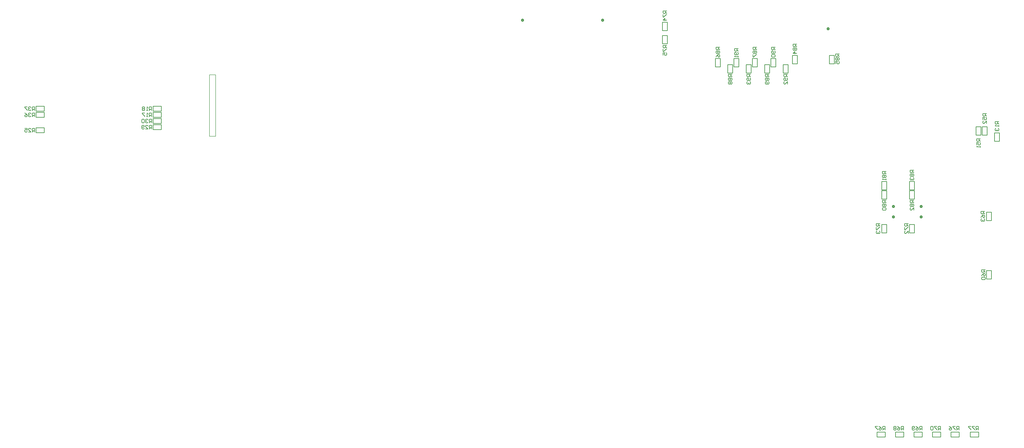
<source format=gbo>
G04*
G04 #@! TF.GenerationSoftware,Altium Limited,Altium Designer,21.6.4 (81)*
G04*
G04 Layer_Color=32896*
%FSLAX25Y25*%
%MOIN*%
G70*
G04*
G04 #@! TF.SameCoordinates,CD5F86C8-859A-4174-9CB5-FF9077504482*
G04*
G04*
G04 #@! TF.FilePolarity,Positive*
G04*
G01*
G75*
%ADD11C,0.00787*%
%ADD14C,0.01000*%
%ADD16C,0.02000*%
D11*
X405000Y530000D02*
X415000D01*
Y630000D01*
X405000D02*
X415000D01*
X405000Y622500D02*
Y630000D01*
Y530000D02*
Y622500D01*
D14*
X1276000Y633250D02*
X1284000D01*
X1276000D02*
Y646750D01*
X1284000D01*
Y633250D02*
Y646750D01*
X1679000Y535750D02*
X1687000D01*
Y522250D02*
Y535750D01*
X1679000Y522250D02*
X1687000D01*
X1679000D02*
Y535750D01*
X326750Y561000D02*
Y569000D01*
X313250Y561000D02*
X326750D01*
X313250D02*
Y569000D01*
X326750D01*
X313250Y571000D02*
Y579000D01*
X326750D01*
Y571000D02*
Y579000D01*
X313250Y571000D02*
X326750D01*
X123250Y536000D02*
X136750D01*
Y544000D01*
X123250D02*
X136750D01*
X123250Y536000D02*
Y544000D01*
X326750Y551000D02*
Y559000D01*
X313250Y551000D02*
X326750D01*
X313250D02*
Y559000D01*
X326750D01*
X313250Y541000D02*
Y549000D01*
X326750D01*
Y541000D02*
Y549000D01*
X313250Y541000D02*
X326750D01*
X123250Y561000D02*
Y569000D01*
X136750D01*
Y561000D02*
Y569000D01*
X123250Y561000D02*
X136750D01*
Y571000D02*
Y579000D01*
X123250Y571000D02*
X136750D01*
X123250D02*
Y579000D01*
X136750D01*
X1657000Y532250D02*
Y545750D01*
X1649000D02*
X1657000D01*
X1649000Y532250D02*
Y545750D01*
Y532250D02*
X1657000D01*
X1659000D02*
Y545750D01*
Y532250D02*
X1667000D01*
Y545750D01*
X1659000D02*
X1667000D01*
X1673999Y298251D02*
Y311751D01*
X1665999D02*
X1673999D01*
X1665999Y298251D02*
Y311751D01*
Y298251D02*
X1673999D01*
X1674000Y393250D02*
Y406750D01*
X1666000D02*
X1674000D01*
X1666000Y393250D02*
Y406750D01*
Y393250D02*
X1674000D01*
X1501750Y41000D02*
Y49000D01*
X1488250Y41000D02*
X1501750D01*
X1488250D02*
Y49000D01*
X1501750D01*
X1531750Y41001D02*
Y49001D01*
X1518250Y41001D02*
X1531750D01*
X1518250D02*
Y49001D01*
X1531750D01*
X1561750Y41000D02*
Y49000D01*
X1548250Y41000D02*
X1561750D01*
X1548250D02*
Y49000D01*
X1561750D01*
X1591750Y41000D02*
Y49000D01*
X1578250Y41000D02*
X1591750D01*
X1578250D02*
Y49000D01*
X1591750D01*
X1549000Y373250D02*
Y386750D01*
X1541000D02*
X1549000D01*
X1541000Y373250D02*
Y386750D01*
Y373250D02*
X1549000D01*
X1504000D02*
Y386750D01*
X1496000D02*
X1504000D01*
X1496000Y373250D02*
Y386750D01*
Y373250D02*
X1504000D01*
X1140000Y702250D02*
Y715750D01*
Y702250D02*
X1148000D01*
Y715750D01*
X1140000D02*
X1148000D01*
X1140000Y680800D02*
Y694300D01*
Y680800D02*
X1148000D01*
Y694300D01*
X1140000D02*
X1148000D01*
X1621750Y41000D02*
Y49000D01*
X1608250Y41000D02*
X1621750D01*
X1608250D02*
Y49000D01*
X1621750D01*
X1653121Y41000D02*
Y49000D01*
X1639621Y41000D02*
X1653121D01*
X1639621D02*
Y49000D01*
X1653121D01*
X1496000Y441750D02*
X1504000D01*
Y428250D02*
Y441750D01*
X1496000Y428250D02*
X1504000D01*
X1496000D02*
Y441750D01*
Y456750D02*
X1504000D01*
Y443250D02*
Y456750D01*
X1496000Y443250D02*
X1504000D01*
X1496000D02*
Y456750D01*
X1541000Y441750D02*
X1549000D01*
Y428250D02*
Y441750D01*
X1541000Y428250D02*
X1549000D01*
X1541000D02*
Y441750D01*
Y456750D02*
X1549000D01*
Y443250D02*
Y456750D01*
X1541000Y443250D02*
X1549000D01*
X1541000D02*
Y456750D01*
X1351039Y648250D02*
Y661750D01*
Y648250D02*
X1359039D01*
Y661750D01*
X1351039D02*
X1359039D01*
X1411000D02*
X1419000D01*
Y648250D02*
Y661750D01*
X1411000Y648250D02*
X1419000D01*
X1411000D02*
Y661750D01*
X1226000Y656750D02*
X1234000D01*
Y643250D02*
Y656750D01*
X1226000Y643250D02*
X1234000D01*
X1226000D02*
Y656750D01*
X1286000D02*
X1294000D01*
Y643250D02*
Y656750D01*
X1286000Y643250D02*
X1294000D01*
X1286000D02*
Y656750D01*
X1246000Y633250D02*
X1254000D01*
X1246000D02*
Y646750D01*
X1254000D01*
Y633250D02*
Y646750D01*
X1306000Y633250D02*
X1314000D01*
X1306000D02*
Y646750D01*
X1314000D01*
Y633250D02*
Y646750D01*
X1316000Y656750D02*
X1324000D01*
Y643250D02*
Y656750D01*
X1316000Y643250D02*
X1324000D01*
X1316000D02*
Y656750D01*
X1256000D02*
X1264000D01*
Y643250D02*
Y656750D01*
X1256000Y643250D02*
X1264000D01*
X1256000D02*
Y656750D01*
X1336000Y633250D02*
X1344000D01*
X1336000D02*
Y646750D01*
X1344000D01*
Y633250D02*
Y646750D01*
X1282999Y630997D02*
X1277001D01*
Y627998D01*
X1278001Y626999D01*
X1280000D01*
X1281000Y627998D01*
Y630997D01*
Y628998D02*
X1282999Y626999D01*
X1281999Y624999D02*
X1282999Y624000D01*
Y622000D01*
X1281999Y621001D01*
X1278001D01*
X1277001Y622000D01*
Y624000D01*
X1278001Y624999D01*
X1279000D01*
X1280000Y624000D01*
Y621001D01*
X1278001Y619001D02*
X1277001Y618002D01*
Y616002D01*
X1278001Y615003D01*
X1279000D01*
X1280000Y616002D01*
Y617002D01*
Y616002D01*
X1281000Y615003D01*
X1281999D01*
X1282999Y616002D01*
Y618002D01*
X1281999Y619001D01*
X1685999Y553998D02*
X1680001D01*
Y550998D01*
X1681001Y549999D01*
X1683000D01*
X1684000Y550998D01*
Y553998D01*
Y551998D02*
X1685999Y549999D01*
Y547999D02*
Y546000D01*
Y547000D01*
X1680001D01*
X1681001Y547999D01*
Y543001D02*
X1680001Y542001D01*
Y540002D01*
X1681001Y539002D01*
X1682000D01*
X1683000Y540002D01*
Y541002D01*
Y540002D01*
X1684000Y539002D01*
X1684999D01*
X1685999Y540002D01*
Y542001D01*
X1684999Y543001D01*
X310498Y562001D02*
Y567999D01*
X307499D01*
X306499Y566999D01*
Y565000D01*
X307499Y564000D01*
X310498D01*
X308498D02*
X306499Y562001D01*
X304500D02*
X302500D01*
X303500D01*
Y567999D01*
X304500Y566999D01*
X299501Y567999D02*
X295502D01*
Y566999D01*
X299501Y563001D01*
Y562001D01*
X310498Y572001D02*
Y577999D01*
X307499D01*
X306499Y576999D01*
Y575000D01*
X307499Y574000D01*
X310498D01*
X308498D02*
X306499Y572001D01*
X304500D02*
X302500D01*
X303500D01*
Y577999D01*
X304500Y576999D01*
X299501D02*
X298501Y577999D01*
X296502D01*
X295502Y576999D01*
Y576000D01*
X296502Y575000D01*
X295502Y574000D01*
Y573001D01*
X296502Y572001D01*
X298501D01*
X299501Y573001D01*
Y574000D01*
X298501Y575000D01*
X299501Y576000D01*
Y576999D01*
X298501Y575000D02*
X296502D01*
X120997Y537001D02*
Y542999D01*
X117998D01*
X116999Y541999D01*
Y540000D01*
X117998Y539000D01*
X120997D01*
X118998D02*
X116999Y537001D01*
X111001D02*
X114999D01*
X111001Y541000D01*
Y541999D01*
X112000Y542999D01*
X114000D01*
X114999Y541999D01*
X105003Y542999D02*
X109001D01*
Y540000D01*
X107002Y541000D01*
X106002D01*
X105003Y540000D01*
Y538001D01*
X106002Y537001D01*
X108002D01*
X109001Y538001D01*
X310997Y542001D02*
Y547999D01*
X307998D01*
X306999Y546999D01*
Y545000D01*
X307998Y544000D01*
X310997D01*
X308998D02*
X306999Y542001D01*
X301001D02*
X304999D01*
X301001Y546000D01*
Y546999D01*
X302000Y547999D01*
X304000D01*
X304999Y546999D01*
X299001Y543001D02*
X298002Y542001D01*
X296002D01*
X295003Y543001D01*
Y546999D01*
X296002Y547999D01*
X298002D01*
X299001Y546999D01*
Y546000D01*
X298002Y545000D01*
X295003D01*
X310997Y552001D02*
Y557999D01*
X307998D01*
X306999Y556999D01*
Y555000D01*
X307998Y554000D01*
X310997D01*
X308998D02*
X306999Y552001D01*
X304999Y556999D02*
X304000Y557999D01*
X302000D01*
X301001Y556999D01*
Y556000D01*
X302000Y555000D01*
X303000D01*
X302000D01*
X301001Y554000D01*
Y553001D01*
X302000Y552001D01*
X304000D01*
X304999Y553001D01*
X299001Y556999D02*
X298002Y557999D01*
X296002D01*
X295003Y556999D01*
Y553001D01*
X296002Y552001D01*
X298002D01*
X299001Y553001D01*
Y556999D01*
X120997Y562001D02*
Y567999D01*
X117998D01*
X116999Y566999D01*
Y565000D01*
X117998Y564000D01*
X120997D01*
X118998D02*
X116999Y562001D01*
X114999Y566999D02*
X114000Y567999D01*
X112000D01*
X111001Y566999D01*
Y566000D01*
X112000Y565000D01*
X113000D01*
X112000D01*
X111001Y564000D01*
Y563001D01*
X112000Y562001D01*
X114000D01*
X114999Y563001D01*
X105003Y567999D02*
X107002Y566999D01*
X109001Y565000D01*
Y563001D01*
X108002Y562001D01*
X106002D01*
X105003Y563001D01*
Y564000D01*
X106002Y565000D01*
X109001D01*
X120997Y572001D02*
Y577999D01*
X117998D01*
X116999Y576999D01*
Y575000D01*
X117998Y574000D01*
X120997D01*
X118998D02*
X116999Y572001D01*
X114999Y576999D02*
X114000Y577999D01*
X112000D01*
X111001Y576999D01*
Y576000D01*
X112000Y575000D01*
X113000D01*
X112000D01*
X111001Y574000D01*
Y573001D01*
X112000Y572001D01*
X114000D01*
X114999Y573001D01*
X109001Y577999D02*
X105003D01*
Y576999D01*
X109001Y573001D01*
Y572001D01*
X1655999Y525998D02*
X1650001D01*
Y522999D01*
X1651001Y521999D01*
X1653000D01*
X1654000Y522999D01*
Y525998D01*
Y523998D02*
X1655999Y521999D01*
X1650001Y516001D02*
Y520000D01*
X1653000D01*
X1652000Y518000D01*
Y517001D01*
X1653000Y516001D01*
X1654999D01*
X1655999Y517001D01*
Y519000D01*
X1654999Y520000D01*
X1655999Y514002D02*
Y512002D01*
Y513002D01*
X1650001D01*
X1651001Y514002D01*
X1665999Y566997D02*
X1660001D01*
Y563998D01*
X1661001Y562999D01*
X1663000D01*
X1664000Y563998D01*
Y566997D01*
Y564998D02*
X1665999Y562999D01*
X1660001Y557001D02*
Y560999D01*
X1663000D01*
X1662000Y559000D01*
Y558000D01*
X1663000Y557001D01*
X1664999D01*
X1665999Y558000D01*
Y560000D01*
X1664999Y560999D01*
X1665999Y551003D02*
Y555001D01*
X1662000Y551003D01*
X1661001D01*
X1660001Y552002D01*
Y554002D01*
X1661001Y555001D01*
X1663999Y312997D02*
X1658001D01*
Y309998D01*
X1659001Y308999D01*
X1661000D01*
X1662000Y309998D01*
Y312997D01*
Y310998D02*
X1663999Y308999D01*
X1658001Y303001D02*
X1659001Y305000D01*
X1661000Y306999D01*
X1662999D01*
X1663999Y306000D01*
Y304000D01*
X1662999Y303001D01*
X1662000D01*
X1661000Y304000D01*
Y306999D01*
X1659001Y301001D02*
X1658001Y300002D01*
Y298002D01*
X1659001Y297003D01*
X1662999D01*
X1663999Y298002D01*
Y300002D01*
X1662999Y301001D01*
X1659001D01*
X1662999Y407997D02*
X1657001D01*
Y404998D01*
X1658001Y403999D01*
X1660000D01*
X1661000Y404998D01*
Y407997D01*
Y405998D02*
X1662999Y403999D01*
X1657001Y398001D02*
X1658001Y400000D01*
X1660000Y401999D01*
X1661999D01*
X1662999Y401000D01*
Y399000D01*
X1661999Y398001D01*
X1661000D01*
X1660000Y399000D01*
Y401999D01*
X1658001Y396001D02*
X1657001Y395002D01*
Y393002D01*
X1658001Y392003D01*
X1659000D01*
X1660000Y393002D01*
Y394002D01*
Y393002D01*
X1661000Y392003D01*
X1661999D01*
X1662999Y393002D01*
Y395002D01*
X1661999Y396001D01*
X1501200Y52500D02*
Y58498D01*
X1498201D01*
X1497201Y57498D01*
Y55499D01*
X1498201Y54499D01*
X1501200D01*
X1499201D02*
X1497201Y52500D01*
X1491203Y58498D02*
X1493203Y57498D01*
X1495202Y55499D01*
Y53500D01*
X1494202Y52500D01*
X1492203D01*
X1491203Y53500D01*
Y54499D01*
X1492203Y55499D01*
X1495202D01*
X1489204Y58498D02*
X1485205D01*
Y57498D01*
X1489204Y53500D01*
Y52500D01*
X1531200D02*
Y58498D01*
X1528201D01*
X1527201Y57498D01*
Y55499D01*
X1528201Y54499D01*
X1531200D01*
X1529201D02*
X1527201Y52500D01*
X1521203Y58498D02*
X1523203Y57498D01*
X1525202Y55499D01*
Y53500D01*
X1524202Y52500D01*
X1522203D01*
X1521203Y53500D01*
Y54499D01*
X1522203Y55499D01*
X1525202D01*
X1519204Y57498D02*
X1518204Y58498D01*
X1516205D01*
X1515205Y57498D01*
Y56499D01*
X1516205Y55499D01*
X1515205Y54499D01*
Y53500D01*
X1516205Y52500D01*
X1518204D01*
X1519204Y53500D01*
Y54499D01*
X1518204Y55499D01*
X1519204Y56499D01*
Y57498D01*
X1518204Y55499D02*
X1516205D01*
X1561200Y52500D02*
Y58498D01*
X1558201D01*
X1557201Y57498D01*
Y55499D01*
X1558201Y54499D01*
X1561200D01*
X1559201D02*
X1557201Y52500D01*
X1551203Y58498D02*
X1553203Y57498D01*
X1555202Y55499D01*
Y53500D01*
X1554202Y52500D01*
X1552203D01*
X1551203Y53500D01*
Y54499D01*
X1552203Y55499D01*
X1555202D01*
X1549204Y53500D02*
X1548204Y52500D01*
X1546205D01*
X1545205Y53500D01*
Y57498D01*
X1546205Y58498D01*
X1548204D01*
X1549204Y57498D01*
Y56499D01*
X1548204Y55499D01*
X1545205D01*
X1591250Y52500D02*
Y58498D01*
X1588251D01*
X1587251Y57498D01*
Y55499D01*
X1588251Y54499D01*
X1591250D01*
X1589251D02*
X1587251Y52500D01*
X1585252Y58498D02*
X1581253D01*
Y57498D01*
X1585252Y53500D01*
Y52500D01*
X1579254Y57498D02*
X1578254Y58498D01*
X1576255D01*
X1575255Y57498D01*
Y53500D01*
X1576255Y52500D01*
X1578254D01*
X1579254Y53500D01*
Y57498D01*
X1538999Y387997D02*
X1533001D01*
Y384998D01*
X1534001Y383999D01*
X1536000D01*
X1537000Y384998D01*
Y387997D01*
Y385998D02*
X1538999Y383999D01*
X1533001Y381999D02*
Y378001D01*
X1534001D01*
X1537999Y381999D01*
X1538999D01*
Y372003D02*
Y376001D01*
X1535000Y372003D01*
X1534001D01*
X1533001Y373002D01*
Y375002D01*
X1534001Y376001D01*
X1492999Y387997D02*
X1487001D01*
Y384998D01*
X1488001Y383999D01*
X1490000D01*
X1491000Y384998D01*
Y387997D01*
Y385998D02*
X1492999Y383999D01*
X1487001Y381999D02*
Y378001D01*
X1488001D01*
X1491999Y381999D01*
X1492999D01*
X1488001Y376001D02*
X1487001Y375002D01*
Y373002D01*
X1488001Y372003D01*
X1489000D01*
X1490000Y373002D01*
Y374002D01*
Y373002D01*
X1491000Y372003D01*
X1491999D01*
X1492999Y373002D01*
Y375002D01*
X1491999Y376001D01*
X1146999Y733997D02*
X1141001D01*
Y730998D01*
X1142001Y729999D01*
X1144000D01*
X1145000Y730998D01*
Y733997D01*
Y731998D02*
X1146999Y729999D01*
X1141001Y727999D02*
Y724001D01*
X1142001D01*
X1145999Y727999D01*
X1146999D01*
Y719002D02*
X1141001D01*
X1144000Y722001D01*
Y718003D01*
X1146999Y677997D02*
X1141001D01*
Y674998D01*
X1142001Y673999D01*
X1144000D01*
X1145000Y674998D01*
Y677997D01*
Y675998D02*
X1146999Y673999D01*
X1141001Y671999D02*
Y668001D01*
X1142001D01*
X1145999Y671999D01*
X1146999D01*
X1141001Y662003D02*
Y666001D01*
X1144000D01*
X1143000Y664002D01*
Y663002D01*
X1144000Y662003D01*
X1145999D01*
X1146999Y663002D01*
Y665002D01*
X1145999Y666001D01*
X1621200Y52500D02*
Y58498D01*
X1618201D01*
X1617201Y57498D01*
Y55499D01*
X1618201Y54499D01*
X1621200D01*
X1619201D02*
X1617201Y52500D01*
X1615202Y58498D02*
X1611203D01*
Y57498D01*
X1615202Y53500D01*
Y52500D01*
X1605205Y58498D02*
X1607204Y57498D01*
X1609204Y55499D01*
Y53500D01*
X1608204Y52500D01*
X1606205D01*
X1605205Y53500D01*
Y54499D01*
X1606205Y55499D01*
X1609204D01*
X1652600Y52500D02*
Y58498D01*
X1649601D01*
X1648601Y57498D01*
Y55499D01*
X1649601Y54499D01*
X1652600D01*
X1650601D02*
X1648601Y52500D01*
X1646602Y58498D02*
X1642603D01*
Y57498D01*
X1646602Y53500D01*
Y52500D01*
X1640604Y58498D02*
X1636605D01*
Y57498D01*
X1640604Y53500D01*
Y52500D01*
X1502999Y425997D02*
X1497001D01*
Y422998D01*
X1498001Y421999D01*
X1500000D01*
X1501000Y422998D01*
Y425997D01*
Y423998D02*
X1502999Y421999D01*
X1498001Y419999D02*
X1497001Y419000D01*
Y417000D01*
X1498001Y416001D01*
X1499000D01*
X1500000Y417000D01*
X1501000Y416001D01*
X1501999D01*
X1502999Y417000D01*
Y419000D01*
X1501999Y419999D01*
X1501000D01*
X1500000Y419000D01*
X1499000Y419999D01*
X1498001D01*
X1500000Y419000D02*
Y417000D01*
X1498001Y414001D02*
X1497001Y413002D01*
Y411002D01*
X1498001Y410003D01*
X1501999D01*
X1502999Y411002D01*
Y413002D01*
X1501999Y414001D01*
X1498001D01*
X1502999Y472998D02*
X1497001D01*
Y469999D01*
X1498001Y468999D01*
X1500000D01*
X1501000Y469999D01*
Y472998D01*
Y470998D02*
X1502999Y468999D01*
X1498001Y467000D02*
X1497001Y466000D01*
Y464001D01*
X1498001Y463001D01*
X1499000D01*
X1500000Y464001D01*
X1501000Y463001D01*
X1501999D01*
X1502999Y464001D01*
Y466000D01*
X1501999Y467000D01*
X1501000D01*
X1500000Y466000D01*
X1499000Y467000D01*
X1498001D01*
X1500000Y466000D02*
Y464001D01*
X1502999Y461002D02*
Y459002D01*
Y460002D01*
X1497001D01*
X1498001Y461002D01*
X1547999Y425997D02*
X1542001D01*
Y422998D01*
X1543001Y421999D01*
X1545000D01*
X1546000Y422998D01*
Y425997D01*
Y423998D02*
X1547999Y421999D01*
X1543001Y419999D02*
X1542001Y419000D01*
Y417000D01*
X1543001Y416001D01*
X1544000D01*
X1545000Y417000D01*
X1546000Y416001D01*
X1546999D01*
X1547999Y417000D01*
Y419000D01*
X1546999Y419999D01*
X1546000D01*
X1545000Y419000D01*
X1544000Y419999D01*
X1543001D01*
X1545000Y419000D02*
Y417000D01*
X1547999Y410003D02*
Y414001D01*
X1544000Y410003D01*
X1543001D01*
X1542001Y411002D01*
Y413002D01*
X1543001Y414001D01*
X1547999Y474997D02*
X1542001D01*
Y471998D01*
X1543001Y470999D01*
X1545000D01*
X1546000Y471998D01*
Y474997D01*
Y472998D02*
X1547999Y470999D01*
X1543001Y468999D02*
X1542001Y468000D01*
Y466000D01*
X1543001Y465001D01*
X1544000D01*
X1545000Y466000D01*
X1546000Y465001D01*
X1546999D01*
X1547999Y466000D01*
Y468000D01*
X1546999Y468999D01*
X1546000D01*
X1545000Y468000D01*
X1544000Y468999D01*
X1543001D01*
X1545000Y468000D02*
Y466000D01*
X1543001Y463001D02*
X1542001Y462002D01*
Y460002D01*
X1543001Y459003D01*
X1544000D01*
X1545000Y460002D01*
Y461002D01*
Y460002D01*
X1546000Y459003D01*
X1546999D01*
X1547999Y460002D01*
Y462002D01*
X1546999Y463001D01*
X1357999Y679997D02*
X1352001D01*
Y676998D01*
X1353001Y675999D01*
X1355000D01*
X1356000Y676998D01*
Y679997D01*
Y677998D02*
X1357999Y675999D01*
X1353001Y673999D02*
X1352001Y673000D01*
Y671000D01*
X1353001Y670001D01*
X1354000D01*
X1355000Y671000D01*
X1356000Y670001D01*
X1356999D01*
X1357999Y671000D01*
Y673000D01*
X1356999Y673999D01*
X1356000D01*
X1355000Y673000D01*
X1354000Y673999D01*
X1353001D01*
X1355000Y673000D02*
Y671000D01*
X1357999Y665002D02*
X1352001D01*
X1355000Y668001D01*
Y664003D01*
X1426999Y663997D02*
X1421001D01*
Y660998D01*
X1422001Y659999D01*
X1424000D01*
X1425000Y660998D01*
Y663997D01*
Y661998D02*
X1426999Y659999D01*
X1422001Y657999D02*
X1421001Y657000D01*
Y655000D01*
X1422001Y654001D01*
X1423000D01*
X1424000Y655000D01*
X1425000Y654001D01*
X1425999D01*
X1426999Y655000D01*
Y657000D01*
X1425999Y657999D01*
X1425000D01*
X1424000Y657000D01*
X1423000Y657999D01*
X1422001D01*
X1424000Y657000D02*
Y655000D01*
X1421001Y648003D02*
Y652001D01*
X1424000D01*
X1423000Y650002D01*
Y649002D01*
X1424000Y648003D01*
X1425999D01*
X1426999Y649002D01*
Y651002D01*
X1425999Y652001D01*
X1232999Y674997D02*
X1227001D01*
Y671998D01*
X1228001Y670999D01*
X1230000D01*
X1231000Y671998D01*
Y674997D01*
Y672998D02*
X1232999Y670999D01*
X1228001Y668999D02*
X1227001Y668000D01*
Y666000D01*
X1228001Y665001D01*
X1229000D01*
X1230000Y666000D01*
X1231000Y665001D01*
X1231999D01*
X1232999Y666000D01*
Y668000D01*
X1231999Y668999D01*
X1231000D01*
X1230000Y668000D01*
X1229000Y668999D01*
X1228001D01*
X1230000Y668000D02*
Y666000D01*
X1227001Y659003D02*
X1228001Y661002D01*
X1230000Y663001D01*
X1231999D01*
X1232999Y662002D01*
Y660002D01*
X1231999Y659003D01*
X1231000D01*
X1230000Y660002D01*
Y663001D01*
X1292999Y674997D02*
X1287001D01*
Y671998D01*
X1288001Y670999D01*
X1290000D01*
X1291000Y671998D01*
Y674997D01*
Y672998D02*
X1292999Y670999D01*
X1288001Y668999D02*
X1287001Y668000D01*
Y666000D01*
X1288001Y665001D01*
X1289000D01*
X1290000Y666000D01*
X1291000Y665001D01*
X1291999D01*
X1292999Y666000D01*
Y668000D01*
X1291999Y668999D01*
X1291000D01*
X1290000Y668000D01*
X1289000Y668999D01*
X1288001D01*
X1290000Y668000D02*
Y666000D01*
X1287001Y663001D02*
Y659003D01*
X1288001D01*
X1291999Y663001D01*
X1292999D01*
X1252999Y630997D02*
X1247001D01*
Y627998D01*
X1248001Y626999D01*
X1250000D01*
X1251000Y627998D01*
Y630997D01*
Y628998D02*
X1252999Y626999D01*
X1248001Y624999D02*
X1247001Y624000D01*
Y622000D01*
X1248001Y621001D01*
X1249000D01*
X1250000Y622000D01*
X1251000Y621001D01*
X1251999D01*
X1252999Y622000D01*
Y624000D01*
X1251999Y624999D01*
X1251000D01*
X1250000Y624000D01*
X1249000Y624999D01*
X1248001D01*
X1250000Y624000D02*
Y622000D01*
X1248001Y619001D02*
X1247001Y618002D01*
Y616002D01*
X1248001Y615003D01*
X1249000D01*
X1250000Y616002D01*
X1251000Y615003D01*
X1251999D01*
X1252999Y616002D01*
Y618002D01*
X1251999Y619001D01*
X1251000D01*
X1250000Y618002D01*
X1249000Y619001D01*
X1248001D01*
X1250000Y618002D02*
Y616002D01*
X1312999Y630997D02*
X1307001D01*
Y627998D01*
X1308001Y626999D01*
X1310000D01*
X1311000Y627998D01*
Y630997D01*
Y628998D02*
X1312999Y626999D01*
X1308001Y624999D02*
X1307001Y624000D01*
Y622000D01*
X1308001Y621001D01*
X1309000D01*
X1310000Y622000D01*
X1311000Y621001D01*
X1311999D01*
X1312999Y622000D01*
Y624000D01*
X1311999Y624999D01*
X1311000D01*
X1310000Y624000D01*
X1309000Y624999D01*
X1308001D01*
X1310000Y624000D02*
Y622000D01*
X1311999Y619001D02*
X1312999Y618002D01*
Y616002D01*
X1311999Y615003D01*
X1308001D01*
X1307001Y616002D01*
Y618002D01*
X1308001Y619001D01*
X1309000D01*
X1310000Y618002D01*
Y615003D01*
X1322999Y674997D02*
X1317001D01*
Y671998D01*
X1318001Y670999D01*
X1320000D01*
X1321000Y671998D01*
Y674997D01*
Y672998D02*
X1322999Y670999D01*
X1321999Y668999D02*
X1322999Y668000D01*
Y666000D01*
X1321999Y665001D01*
X1318001D01*
X1317001Y666000D01*
Y668000D01*
X1318001Y668999D01*
X1319000D01*
X1320000Y668000D01*
Y665001D01*
X1318001Y663001D02*
X1317001Y662002D01*
Y660002D01*
X1318001Y659003D01*
X1321999D01*
X1322999Y660002D01*
Y662002D01*
X1321999Y663001D01*
X1318001D01*
X1263038Y672765D02*
X1257040D01*
Y669766D01*
X1258040Y668767D01*
X1260039D01*
X1261039Y669766D01*
Y672765D01*
Y670766D02*
X1263038Y668767D01*
X1262039Y666767D02*
X1263038Y665768D01*
Y663768D01*
X1262039Y662769D01*
X1258040D01*
X1257040Y663768D01*
Y665768D01*
X1258040Y666767D01*
X1259040D01*
X1260039Y665768D01*
Y662769D01*
X1263038Y660769D02*
Y658770D01*
Y659770D01*
X1257040D01*
X1258040Y660769D01*
X1342999Y630997D02*
X1337001D01*
Y627998D01*
X1338001Y626999D01*
X1340000D01*
X1341000Y627998D01*
Y630997D01*
Y628998D02*
X1342999Y626999D01*
X1341999Y624999D02*
X1342999Y624000D01*
Y622000D01*
X1341999Y621001D01*
X1338001D01*
X1337001Y622000D01*
Y624000D01*
X1338001Y624999D01*
X1339000D01*
X1340000Y624000D01*
Y621001D01*
X1342999Y615003D02*
Y619001D01*
X1339000Y615003D01*
X1338001D01*
X1337001Y616002D01*
Y618002D01*
X1338001Y619001D01*
D16*
X1410500Y705000D02*
G03*
X1410500Y705000I-1500J0D01*
G01*
X1044500Y719000D02*
G03*
X1044500Y719000I-1500J0D01*
G01*
X914500D02*
G03*
X914500Y719000I-1500J0D01*
G01*
X1561500Y399000D02*
G03*
X1561500Y399000I-1500J0D01*
G01*
X1516500D02*
G03*
X1516500Y399000I-1500J0D01*
G01*
Y416000D02*
G03*
X1516500Y416000I-1500J0D01*
G01*
X1561500D02*
G03*
X1561500Y416000I-1500J0D01*
G01*
M02*

</source>
